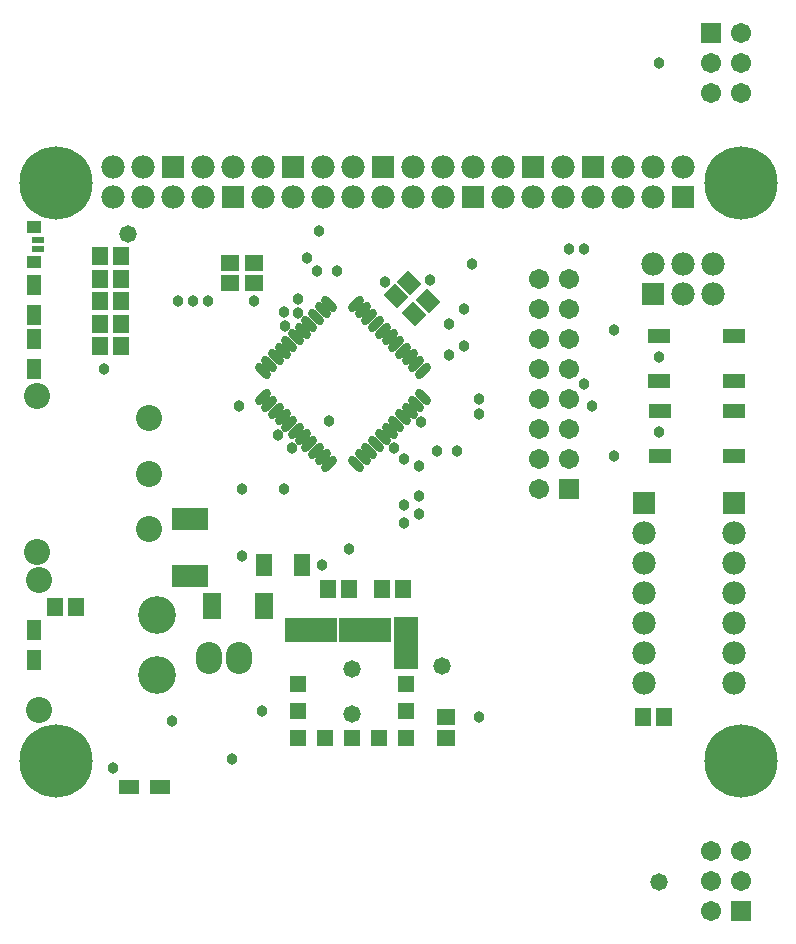
<source format=gts>
G04 Layer_Color=8388736*
%FSLAX25Y25*%
%MOIN*%
G70*
G01*
G75*
%ADD53R,0.05328X0.06115*%
%ADD54R,0.04737X0.06706*%
%ADD55R,0.12414X0.07414*%
%ADD56R,0.04737X0.04343*%
%ADD57R,0.03950X0.02375*%
G04:AMPARAMS|DCode=58|XSize=63.12mil|YSize=53.28mil|CornerRadius=0mil|HoleSize=0mil|Usage=FLASHONLY|Rotation=315.000|XOffset=0mil|YOffset=0mil|HoleType=Round|Shape=Rectangle|*
%AMROTATEDRECTD58*
4,1,4,-0.04115,0.00348,-0.00348,0.04115,0.04115,-0.00348,0.00348,-0.04115,-0.04115,0.00348,0.0*
%
%ADD58ROTATEDRECTD58*%

%ADD59R,0.06706X0.04737*%
%ADD60R,0.08300X0.17300*%
%ADD61R,0.05300X0.05300*%
%ADD62R,0.17300X0.08300*%
%ADD63R,0.05328X0.07690*%
%ADD64R,0.06312X0.09068*%
%ADD65R,0.05328X0.06312*%
%ADD66R,0.07493X0.04737*%
G04:AMPARAMS|DCode=67|XSize=29.65mil|YSize=65.09mil|CornerRadius=0mil|HoleSize=0mil|Usage=FLASHONLY|Rotation=225.000|XOffset=0mil|YOffset=0mil|HoleType=Round|Shape=Round|*
%AMOVALD67*
21,1,0.03543,0.02965,0.00000,0.00000,315.0*
1,1,0.02965,-0.01253,0.01253*
1,1,0.02965,0.01253,-0.01253*
%
%ADD67OVALD67*%

G04:AMPARAMS|DCode=68|XSize=29.65mil|YSize=65.09mil|CornerRadius=0mil|HoleSize=0mil|Usage=FLASHONLY|Rotation=315.000|XOffset=0mil|YOffset=0mil|HoleType=Round|Shape=Round|*
%AMOVALD68*
21,1,0.03543,0.02965,0.00000,0.00000,45.0*
1,1,0.02965,-0.01253,-0.01253*
1,1,0.02965,0.01253,0.01253*
%
%ADD68OVALD68*%

%ADD69R,0.06115X0.05328*%
%ADD70O,0.08674X0.10642*%
%ADD71R,0.06706X0.06706*%
%ADD72C,0.06706*%
%ADD73C,0.12611*%
%ADD74C,0.08674*%
%ADD75C,0.07800*%
%ADD76R,0.07800X0.07800*%
%ADD77R,0.07800X0.07800*%
%ADD78C,0.24409*%
%ADD79C,0.03800*%
%ADD80C,0.05800*%
D53*
X20445Y65500D02*
D03*
X13555D02*
D03*
X35445Y182500D02*
D03*
X28555D02*
D03*
X35445Y167500D02*
D03*
X28555D02*
D03*
X35445Y175000D02*
D03*
X28555D02*
D03*
X35445Y160000D02*
D03*
X28555D02*
D03*
X35445Y152500D02*
D03*
X28555D02*
D03*
X216445Y29000D02*
D03*
X209555D02*
D03*
D54*
X6500Y58118D02*
D03*
Y47882D02*
D03*
Y173118D02*
D03*
Y162882D02*
D03*
Y155118D02*
D03*
Y144882D02*
D03*
D55*
X58500Y76091D02*
D03*
Y94910D02*
D03*
D56*
X6500Y180595D02*
D03*
Y192405D02*
D03*
D57*
X8075Y184925D02*
D03*
Y188075D02*
D03*
D58*
X127211Y169335D02*
D03*
X137789Y167665D02*
D03*
X133335Y163211D02*
D03*
X131665Y173789D02*
D03*
D59*
X38382Y5500D02*
D03*
X48618D02*
D03*
D60*
X130500Y53500D02*
D03*
D61*
Y31000D02*
D03*
Y40000D02*
D03*
Y22000D02*
D03*
X112500D02*
D03*
X121500D02*
D03*
X94500Y40000D02*
D03*
Y31000D02*
D03*
X103500Y22000D02*
D03*
X94500D02*
D03*
D62*
X117000Y58000D02*
D03*
X99000D02*
D03*
D63*
X95898Y79500D02*
D03*
X83102D02*
D03*
D64*
X83161Y66000D02*
D03*
X65839D02*
D03*
D65*
X104555Y71500D02*
D03*
X111445D02*
D03*
X129445D02*
D03*
X122555D02*
D03*
D66*
X215197Y116039D02*
D03*
X240000D02*
D03*
X215197Y131000D02*
D03*
X240000D02*
D03*
X239803Y155961D02*
D03*
X215000D02*
D03*
X239803Y141000D02*
D03*
X215000D02*
D03*
D67*
X136225Y135546D02*
D03*
X133998Y133319D02*
D03*
X131771Y131092D02*
D03*
X129544Y128865D02*
D03*
X127317Y126637D02*
D03*
X125090Y124410D02*
D03*
X122863Y122183D02*
D03*
X120635Y119956D02*
D03*
X118408Y117729D02*
D03*
X116181Y115502D02*
D03*
X113954Y113275D02*
D03*
X82775Y144454D02*
D03*
X85002Y146681D02*
D03*
X87229Y148908D02*
D03*
X89456Y151136D02*
D03*
X91683Y153363D02*
D03*
X93910Y155590D02*
D03*
X96137Y157817D02*
D03*
X98365Y160044D02*
D03*
X100592Y162271D02*
D03*
X102819Y164498D02*
D03*
X105046Y166725D02*
D03*
D68*
Y113275D02*
D03*
X102819Y115502D02*
D03*
X100592Y117729D02*
D03*
X98365Y119956D02*
D03*
X96137Y122183D02*
D03*
X93910Y124410D02*
D03*
X91683Y126637D02*
D03*
X89456Y128865D02*
D03*
X87229Y131092D02*
D03*
X85002Y133319D02*
D03*
X82775Y135546D02*
D03*
X113954Y166725D02*
D03*
X116181Y164498D02*
D03*
X118408Y162271D02*
D03*
X120635Y160044D02*
D03*
X122863Y157817D02*
D03*
X125090Y155590D02*
D03*
X127317Y153363D02*
D03*
X129544Y151136D02*
D03*
X131771Y148908D02*
D03*
X133998Y146681D02*
D03*
X136225Y144454D02*
D03*
D69*
X72000Y180445D02*
D03*
Y173555D02*
D03*
X80000Y180445D02*
D03*
Y173555D02*
D03*
X144000Y22055D02*
D03*
Y28945D02*
D03*
D70*
X65000Y48500D02*
D03*
X75000D02*
D03*
D71*
X242126Y-35827D02*
D03*
X185000Y105000D02*
D03*
X232126Y257087D02*
D03*
D72*
Y-35827D02*
D03*
X242126Y-25827D02*
D03*
X232126D02*
D03*
X242126Y-15827D02*
D03*
X232126D02*
D03*
X175000Y175000D02*
D03*
X185000D02*
D03*
X175000Y165000D02*
D03*
X185000D02*
D03*
X175000Y155000D02*
D03*
X185000D02*
D03*
X175000Y145000D02*
D03*
X185000D02*
D03*
X175000Y135000D02*
D03*
X185000D02*
D03*
X175000Y125000D02*
D03*
X185000D02*
D03*
X175000Y115000D02*
D03*
X185000D02*
D03*
X175000Y105000D02*
D03*
X242126Y237087D02*
D03*
X232126D02*
D03*
X242126Y247087D02*
D03*
X232126D02*
D03*
X242126Y257087D02*
D03*
D73*
X47500Y62843D02*
D03*
Y43158D02*
D03*
D74*
X8130Y74654D02*
D03*
Y31346D02*
D03*
X45000Y91500D02*
D03*
Y110000D02*
D03*
Y128500D02*
D03*
X7500Y136000D02*
D03*
Y84000D02*
D03*
D75*
X233000Y180000D02*
D03*
Y170000D02*
D03*
X223000Y180000D02*
D03*
Y170000D02*
D03*
X213000Y180000D02*
D03*
X240000Y90236D02*
D03*
Y80236D02*
D03*
Y70236D02*
D03*
Y60236D02*
D03*
Y50236D02*
D03*
Y40236D02*
D03*
X210000Y90236D02*
D03*
Y80236D02*
D03*
Y70236D02*
D03*
Y60236D02*
D03*
Y50236D02*
D03*
Y40236D02*
D03*
X33000Y202394D02*
D03*
Y212394D02*
D03*
X43000Y202394D02*
D03*
Y212394D02*
D03*
X53000Y202394D02*
D03*
X63000D02*
D03*
Y212394D02*
D03*
X73000D02*
D03*
X83000Y202394D02*
D03*
Y212394D02*
D03*
X93000Y202394D02*
D03*
X103000D02*
D03*
Y212394D02*
D03*
X113000Y202394D02*
D03*
Y212394D02*
D03*
X123000Y202394D02*
D03*
X133000D02*
D03*
Y212394D02*
D03*
X143000Y202394D02*
D03*
Y212394D02*
D03*
X153000D02*
D03*
X163000Y202394D02*
D03*
Y212394D02*
D03*
X173000Y202394D02*
D03*
X183000D02*
D03*
Y212394D02*
D03*
X193000Y202394D02*
D03*
X203000D02*
D03*
Y212394D02*
D03*
X213000Y202394D02*
D03*
Y212394D02*
D03*
X223000D02*
D03*
D76*
X213000Y170000D02*
D03*
X53000Y212394D02*
D03*
X73000Y202394D02*
D03*
X93000Y212394D02*
D03*
X123000D02*
D03*
X153000Y202394D02*
D03*
X173000Y212394D02*
D03*
X193000D02*
D03*
X223000Y202394D02*
D03*
D77*
X240000Y100236D02*
D03*
X210000D02*
D03*
D78*
X13780Y14173D02*
D03*
X242126D02*
D03*
Y207087D02*
D03*
X13780D02*
D03*
D79*
X138500Y174500D02*
D03*
X123500Y174000D02*
D03*
X200000Y158000D02*
D03*
X72500Y15000D02*
D03*
X33000Y12000D02*
D03*
X59500Y167500D02*
D03*
X64500D02*
D03*
X54500D02*
D03*
X75000Y132500D02*
D03*
X82500Y31000D02*
D03*
X29882Y144882D02*
D03*
X76000Y82500D02*
D03*
X102500Y79500D02*
D03*
X101000Y177500D02*
D03*
X52500Y27500D02*
D03*
X80000Y167500D02*
D03*
X200000Y116000D02*
D03*
X145000Y160000D02*
D03*
X150000Y165000D02*
D03*
Y152500D02*
D03*
X145000Y149500D02*
D03*
X111445Y84945D02*
D03*
X101500Y191000D02*
D03*
X105000Y127500D02*
D03*
X190000Y140000D02*
D03*
X192500Y132500D02*
D03*
X155000Y135000D02*
D03*
Y130000D02*
D03*
X135000Y112500D02*
D03*
X130000Y115000D02*
D03*
X141000Y117500D02*
D03*
X147500D02*
D03*
X130000Y93500D02*
D03*
Y99500D02*
D03*
X135000Y96500D02*
D03*
Y102500D02*
D03*
X135454Y127408D02*
D03*
X185000Y185000D02*
D03*
X190000D02*
D03*
X107500Y177500D02*
D03*
X97500Y182000D02*
D03*
X152500Y180000D02*
D03*
X126546Y118500D02*
D03*
X90046Y163908D02*
D03*
X90227Y159273D02*
D03*
X94681Y163727D02*
D03*
X94500Y168363D02*
D03*
X92454Y118500D02*
D03*
X88000Y122954D02*
D03*
X90000Y105000D02*
D03*
X76000D02*
D03*
X155000Y29000D02*
D03*
X215087Y247087D02*
D03*
X215000Y124000D02*
D03*
X214803Y148961D02*
D03*
D80*
X112500Y30000D02*
D03*
Y45000D02*
D03*
X142500Y46000D02*
D03*
X215000Y-26000D02*
D03*
X38000Y190000D02*
D03*
M02*

</source>
